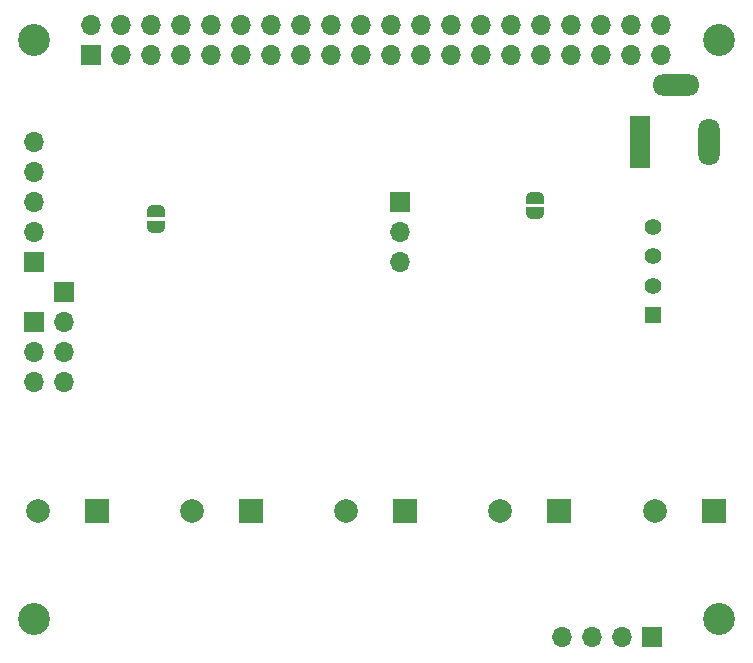
<source format=gbr>
%TF.GenerationSoftware,KiCad,Pcbnew,(7.0.0-0)*%
%TF.CreationDate,2023-04-09T21:16:23-05:00*%
%TF.ProjectId,ras_pi_supercap_ups,7261735f-7069-45f7-9375-706572636170,rev?*%
%TF.SameCoordinates,Original*%
%TF.FileFunction,Soldermask,Bot*%
%TF.FilePolarity,Negative*%
%FSLAX46Y46*%
G04 Gerber Fmt 4.6, Leading zero omitted, Abs format (unit mm)*
G04 Created by KiCad (PCBNEW (7.0.0-0)) date 2023-04-09 21:16:23*
%MOMM*%
%LPD*%
G01*
G04 APERTURE LIST*
G04 Aperture macros list*
%AMFreePoly0*
4,1,19,0.500000,-0.750000,0.000000,-0.750000,0.000000,-0.744911,-0.071157,-0.744911,-0.207708,-0.704816,-0.327430,-0.627875,-0.420627,-0.520320,-0.479746,-0.390866,-0.500000,-0.250000,-0.500000,0.250000,-0.479746,0.390866,-0.420627,0.520320,-0.327430,0.627875,-0.207708,0.704816,-0.071157,0.744911,0.000000,0.744911,0.000000,0.750000,0.500000,0.750000,0.500000,-0.750000,0.500000,-0.750000,
$1*%
%AMFreePoly1*
4,1,19,0.000000,0.744911,0.071157,0.744911,0.207708,0.704816,0.327430,0.627875,0.420627,0.520320,0.479746,0.390866,0.500000,0.250000,0.500000,-0.250000,0.479746,-0.390866,0.420627,-0.520320,0.327430,-0.627875,0.207708,-0.704816,0.071157,-0.744911,0.000000,-0.744911,0.000000,-0.750000,-0.500000,-0.750000,-0.500000,0.750000,0.000000,0.750000,0.000000,0.744911,0.000000,0.744911,
$1*%
G04 Aperture macros list end*
%ADD10R,2.000000X2.000000*%
%ADD11C,2.000000*%
%ADD12R,1.408000X1.408000*%
%ADD13C,1.408000*%
%ADD14C,2.700000*%
%ADD15R,1.700000X1.700000*%
%ADD16O,1.700000X1.700000*%
%ADD17R,1.800000X4.400000*%
%ADD18O,1.800000X4.000000*%
%ADD19O,4.000000X1.800000*%
%ADD20FreePoly0,90.000000*%
%ADD21FreePoly1,90.000000*%
G04 APERTURE END LIST*
D10*
%TO.C,C3*%
X84940936Y-143399999D03*
D11*
X79940937Y-143400000D03*
%TD*%
D12*
%TO.C,J5*%
X105959999Y-126797499D03*
D13*
X105960000Y-124297500D03*
X105960000Y-121797500D03*
X105960000Y-119297500D03*
%TD*%
D10*
%TO.C,C1*%
X111057914Y-143399999D03*
D11*
X106057915Y-143400000D03*
%TD*%
D14*
%TO.C,H1*%
X53500000Y-103500000D03*
%TD*%
%TO.C,H2*%
X111500000Y-103500000D03*
%TD*%
%TO.C,H4*%
X111540000Y-152500000D03*
%TD*%
D10*
%TO.C,C5*%
X58823958Y-143399999D03*
D11*
X53823959Y-143400000D03*
%TD*%
D14*
%TO.C,H3*%
X53500000Y-152500000D03*
%TD*%
D10*
%TO.C,C4*%
X71882447Y-143399999D03*
D11*
X66882448Y-143400000D03*
%TD*%
D15*
%TO.C,J3*%
X53500999Y-127359999D03*
D16*
X53500999Y-129899999D03*
X53500999Y-132439999D03*
%TD*%
D15*
%TO.C,J2*%
X53500999Y-122279999D03*
D16*
X53500999Y-119739999D03*
X53500999Y-117199999D03*
X53500999Y-114659999D03*
X53500999Y-112119999D03*
%TD*%
D17*
%TO.C,J4*%
X104849999Y-112105999D03*
D18*
X110649999Y-112105999D03*
D19*
X107849999Y-107305999D03*
%TD*%
D10*
%TO.C,C2*%
X97999425Y-143399999D03*
D11*
X92999426Y-143400000D03*
%TD*%
D20*
%TO.C,JP2*%
X63800000Y-119275000D03*
D21*
X63800000Y-117975000D03*
%TD*%
D20*
%TO.C,JP1*%
X95950000Y-118120000D03*
D21*
X95950000Y-116820000D03*
%TD*%
D15*
%TO.C,J6*%
X105804999Y-154039999D03*
D16*
X103264999Y-154039999D03*
X100724999Y-154039999D03*
X98184999Y-154039999D03*
%TD*%
D15*
%TO.C,J8*%
X58299999Y-104769999D03*
D16*
X58299999Y-102229999D03*
X60839999Y-104769999D03*
X60839999Y-102229999D03*
X63379999Y-104769999D03*
X63379999Y-102229999D03*
X65919999Y-104769999D03*
X65919999Y-102229999D03*
X68459999Y-104769999D03*
X68459999Y-102229999D03*
X70999999Y-104769999D03*
X70999999Y-102229999D03*
X73539999Y-104769999D03*
X73539999Y-102229999D03*
X76079999Y-104769999D03*
X76079999Y-102229999D03*
X78619999Y-104769999D03*
X78619999Y-102229999D03*
X81159999Y-104769999D03*
X81159999Y-102229999D03*
X83699999Y-104769999D03*
X83699999Y-102229999D03*
X86239999Y-104769999D03*
X86239999Y-102229999D03*
X88779999Y-104769999D03*
X88779999Y-102229999D03*
X91319999Y-104769999D03*
X91319999Y-102229999D03*
X93859999Y-104769999D03*
X93859999Y-102229999D03*
X96399999Y-104769999D03*
X96399999Y-102229999D03*
X98939999Y-104769999D03*
X98939999Y-102229999D03*
X101479999Y-104769999D03*
X101479999Y-102229999D03*
X104019999Y-104769999D03*
X104019999Y-102229999D03*
X106559999Y-104769999D03*
X106559999Y-102229999D03*
%TD*%
D15*
%TO.C,J7*%
X56040999Y-124819999D03*
D16*
X56040999Y-127359999D03*
X56040999Y-129899999D03*
X56040999Y-132439999D03*
%TD*%
D15*
%TO.C,J1*%
X84467999Y-117221999D03*
D16*
X84467999Y-119761999D03*
X84467999Y-122301999D03*
%TD*%
M02*

</source>
